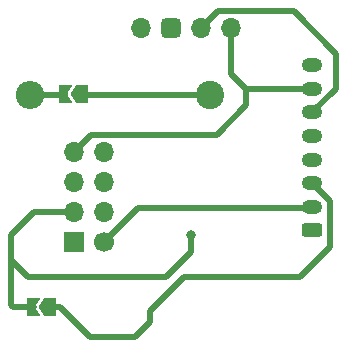
<source format=gbr>
%TF.GenerationSoftware,KiCad,Pcbnew,(6.0.7)*%
%TF.CreationDate,2022-11-17T23:55:45-05:00*%
%TF.ProjectId,SB Quick connect,53422051-7569-4636-9b20-636f6e6e6563,2.0*%
%TF.SameCoordinates,Original*%
%TF.FileFunction,Copper,L2,Bot*%
%TF.FilePolarity,Positive*%
%FSLAX46Y46*%
G04 Gerber Fmt 4.6, Leading zero omitted, Abs format (unit mm)*
G04 Created by KiCad (PCBNEW (6.0.7)) date 2022-11-17 23:55:45*
%MOMM*%
%LPD*%
G01*
G04 APERTURE LIST*
G04 Aperture macros list*
%AMRoundRect*
0 Rectangle with rounded corners*
0 $1 Rounding radius*
0 $2 $3 $4 $5 $6 $7 $8 $9 X,Y pos of 4 corners*
0 Add a 4 corners polygon primitive as box body*
4,1,4,$2,$3,$4,$5,$6,$7,$8,$9,$2,$3,0*
0 Add four circle primitives for the rounded corners*
1,1,$1+$1,$2,$3*
1,1,$1+$1,$4,$5*
1,1,$1+$1,$6,$7*
1,1,$1+$1,$8,$9*
0 Add four rect primitives between the rounded corners*
20,1,$1+$1,$2,$3,$4,$5,0*
20,1,$1+$1,$4,$5,$6,$7,0*
20,1,$1+$1,$6,$7,$8,$9,0*
20,1,$1+$1,$8,$9,$2,$3,0*%
%AMFreePoly0*
4,1,6,0.500000,-0.750000,-0.650000,-0.750000,-0.150000,0.000000,-0.650000,0.750000,0.500000,0.750000,0.500000,-0.750000,0.500000,-0.750000,$1*%
%AMFreePoly1*
4,1,6,1.000000,0.000000,0.500000,-0.750000,-0.500000,-0.750000,-0.500000,0.750000,0.500000,0.750000,1.000000,0.000000,1.000000,0.000000,$1*%
G04 Aperture macros list end*
%TA.AperFunction,ComponentPad*%
%ADD10O,1.700000X1.700000*%
%TD*%
%TA.AperFunction,ComponentPad*%
%ADD11RoundRect,0.425000X-0.425000X0.425000X-0.425000X-0.425000X0.425000X-0.425000X0.425000X0.425000X0*%
%TD*%
%TA.AperFunction,ComponentPad*%
%ADD12O,1.750000X1.200000*%
%TD*%
%TA.AperFunction,ComponentPad*%
%ADD13RoundRect,0.300000X0.575000X-0.300000X0.575000X0.300000X-0.575000X0.300000X-0.575000X-0.300000X0*%
%TD*%
%TA.AperFunction,ComponentPad*%
%ADD14O,2.400000X2.400000*%
%TD*%
%TA.AperFunction,ComponentPad*%
%ADD15C,2.400000*%
%TD*%
%TA.AperFunction,ComponentPad*%
%ADD16C,1.700000*%
%TD*%
%TA.AperFunction,ComponentPad*%
%ADD17R,1.700000X1.700000*%
%TD*%
%TA.AperFunction,SMDPad,CuDef*%
%ADD18FreePoly0,180.000000*%
%TD*%
%TA.AperFunction,SMDPad,CuDef*%
%ADD19FreePoly1,180.000000*%
%TD*%
%TA.AperFunction,ViaPad*%
%ADD20C,0.800000*%
%TD*%
%TA.AperFunction,Conductor*%
%ADD21C,0.500000*%
%TD*%
G04 APERTURE END LIST*
D10*
%TO.P,I\u00B2C,1*%
%TO.N,/A1*%
X84619469Y-22330407D03*
%TO.P,I\u00B2C,2*%
%TO.N,/A2*%
X82079469Y-22330407D03*
D11*
%TO.P,I\u00B2C,3*%
%TO.N,/GND*%
X79539469Y-22330407D03*
D10*
%TO.P,I\u00B2C,4*%
%TO.N,/5V*%
X76999469Y-22330407D03*
%TD*%
D12*
%TO.P,Toolboard,8*%
%TO.N,/HEF*%
X91540000Y-25445000D03*
%TO.P,Toolboard,7*%
%TO.N,/A1*%
X91540000Y-27445000D03*
%TO.P,Toolboard,6*%
%TO.N,/A2*%
X91540000Y-29445000D03*
%TO.P,Toolboard,5*%
%TO.N,/PCF*%
X91540000Y-31445000D03*
%TO.P,Toolboard,4*%
%TO.N,/5V*%
X91540000Y-33445000D03*
%TO.P,Toolboard,3*%
%TO.N,/Sig*%
X91540000Y-35445000D03*
%TO.P,Toolboard,2*%
%TO.N,/24V*%
X91540000Y-37445000D03*
D13*
%TO.P,Toolboard,1*%
%TO.N,/GND*%
X91540000Y-39445000D03*
%TD*%
D14*
%TO.P,R1,2*%
%TO.N,/HEF*%
X67610000Y-27975000D03*
D15*
%TO.P,R1,1*%
X82850000Y-27975000D03*
%TD*%
D16*
%TO.P,J1,8,Pin_8*%
%TO.N,/24V*%
X73881315Y-40445026D03*
D17*
%TO.P,J1,7,Pin_7*%
%TO.N,/GND*%
X71341315Y-40445026D03*
D10*
%TO.P,J1,6,Pin_6*%
%TO.N,/5V*%
X73881315Y-37905026D03*
%TO.P,J1,5,Pin_5*%
%TO.N,/Sig*%
X71341315Y-37905026D03*
%TO.P,J1,4,Pin_4*%
%TO.N,/PCF*%
X73881315Y-35365026D03*
%TO.P,J1,3,Pin_3*%
%TO.N,/HEF*%
X71341315Y-35365026D03*
%TO.P,J1,2,Pin_2*%
%TO.N,/A2*%
X73881315Y-32825026D03*
%TO.P,J1,1,Pin_1*%
%TO.N,/A1*%
X71341315Y-32825026D03*
%TD*%
D18*
%TO.P,R Bypass,2*%
%TO.N,/HEF*%
X70575000Y-27925000D03*
D19*
%TO.P,R Bypass,1*%
X72025000Y-27925000D03*
%TD*%
D18*
%TO.P,LED Bypass,2*%
%TO.N,/Sig*%
X67855000Y-45910000D03*
D19*
%TO.P,LED Bypass,1*%
X69305000Y-45910000D03*
%TD*%
D20*
%TO.N,/Sig*%
X81280000Y-39856814D03*
%TD*%
D21*
%TO.N,/24V*%
X91540000Y-37445000D02*
X91425000Y-37560000D01*
X76766341Y-37560000D02*
X73881315Y-40445026D01*
X91425000Y-37560000D02*
X76766341Y-37560000D01*
%TO.N,/HEF*%
X72075000Y-27975000D02*
X82850000Y-27975000D01*
X72025000Y-27925000D02*
X72075000Y-27975000D01*
%TO.N,/A1*%
X84619469Y-22330407D02*
X84619469Y-26199469D01*
X85960000Y-28865000D02*
X85960000Y-27580000D01*
X85960000Y-27580000D02*
X85980000Y-27560000D01*
X85980000Y-27560000D02*
X86095000Y-27445000D01*
X86095000Y-27445000D02*
X91540000Y-27445000D01*
X72816341Y-31350000D02*
X71341315Y-32825026D01*
X85960000Y-28865000D02*
X83475000Y-31350000D01*
X83475000Y-31350000D02*
X72816341Y-31350000D01*
X84619469Y-26199469D02*
X85980000Y-27560000D01*
%TO.N,/A2*%
X91540000Y-29445000D02*
X93525000Y-27460000D01*
X89952796Y-20902796D02*
X83507080Y-20902796D01*
X93525000Y-24475000D02*
X89950000Y-20900000D01*
X93525000Y-27460000D02*
X93525000Y-24475000D01*
X83507080Y-20902796D02*
X82079469Y-22330407D01*
%TO.N,/Sig*%
X93013145Y-36918145D02*
X93013145Y-40830000D01*
X81280000Y-41270000D02*
X79180000Y-43370000D01*
X81280000Y-39856814D02*
X81280000Y-41270000D01*
X77773145Y-46251855D02*
X77773145Y-47180000D01*
X67500000Y-43370000D02*
X66040000Y-41910000D01*
X67998119Y-37905026D02*
X71341315Y-37905026D01*
X76503145Y-48450000D02*
X72693145Y-48450000D01*
X66040000Y-41910000D02*
X66040000Y-39863145D01*
X93013145Y-40830000D02*
X90473145Y-43370000D01*
X91655000Y-35560000D02*
X93013145Y-36918145D01*
X66040000Y-41910000D02*
X66040000Y-45720000D01*
X79180000Y-43370000D02*
X67500000Y-43370000D01*
X90473145Y-43370000D02*
X80655000Y-43370000D01*
X66040000Y-45720000D02*
X66230000Y-45910000D01*
X70153145Y-45910000D02*
X69230000Y-45910000D01*
X72693145Y-48450000D02*
X70153145Y-45910000D01*
X77773145Y-47180000D02*
X76503145Y-48450000D01*
X66230000Y-45910000D02*
X67930000Y-45910000D01*
X66040000Y-39863145D02*
X67998119Y-37905026D01*
X80655000Y-43370000D02*
X77773145Y-46251855D01*
X91553145Y-35560000D02*
X91655000Y-35560000D01*
%TO.N,/HEF*%
X67610000Y-27975000D02*
X70525000Y-27975000D01*
X70525000Y-27975000D02*
X70575000Y-27925000D01*
%TD*%
M02*

</source>
